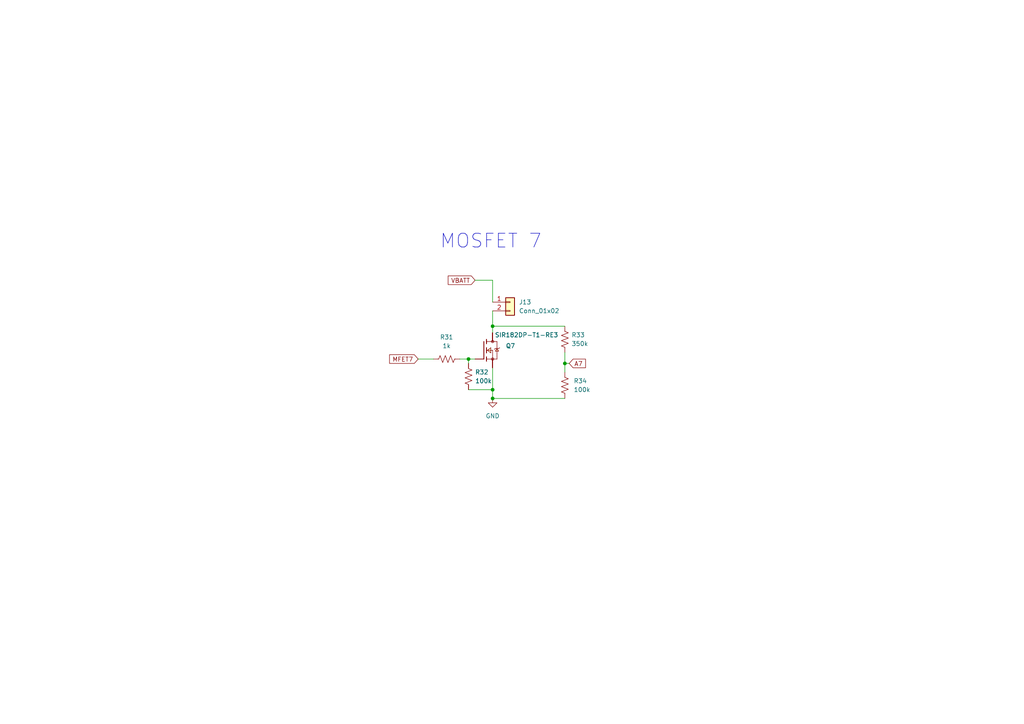
<source format=kicad_sch>
(kicad_sch (version 20211123) (generator eeschema)
  (paper "A4")
  (lib_symbols
    (symbol "Connector_Generic:Conn_01x02" (pin_names (offset 1.016) hide)
      (property "Reference" "J" (at 0 2.54 0))
      (property "Value" "Conn_01x02" (at 0 -5.08 0))
      (symbol "Conn_01x02_1_1"
        (rectangle (start -1.27 -2.413) (end 0 -2.667) (stroke (width 0.1524)))
        (rectangle (start -1.27 0.127) (end 0 -0.127) (stroke (width 0.1524)))
        (rectangle (start -1.27 1.27) (end 1.27 -3.81) (stroke (width 0.254)) (fill (type background)))
        (pin passive line (at -5.08 0 0) (length 3.81) (name "Pin_1") (number "1"))
        (pin passive line (at -5.08 -2.54 0) (length 3.81) (name "Pin_2") (number "2"))
      )
    )
    (symbol "Device:R_US" (pin_numbers hide) (pin_names (offset 0))
      (property "Reference" "R" (at 2.54 0 90))
      (property "Value" "R_US" (at -2.54 0 90))
      (symbol "R_US_0_1"
        (polyline (pts (xy 0 -2.286) (xy 0 -2.54)))
        (polyline (pts (xy 0 2.286) (xy 0 2.54)))
        (polyline (pts (xy 0 -0.762) (xy 1.016 -1.143) (xy 0 -1.524) (xy -1.016 -1.905) (xy 0 -2.286)))
        (polyline (pts (xy 0 0.762) (xy 1.016 0.381) (xy 0 0) (xy -1.016 -0.381) (xy 0 -0.762)))
        (polyline (pts (xy 0 2.286) (xy 1.016 1.905) (xy 0 1.524) (xy -1.016 1.143) (xy 0 0.762)))
      )
      (symbol "R_US_1_1"
        (pin passive line (at 0 3.81 270) (length 1.27) (name "~") (number "1"))
        (pin passive line (at 0 -3.81 90) (length 1.27) (name "~") (number "2"))
      )
    )
    (symbol "SIR182DP-T1-RE3:SIR182DP-T1-RE3" (pin_numbers hide) (pin_names (offset 1.016) hide)
      (property "Reference" "Q" (at -8.89 2.54 0))
      (property "Value" "SIR182DP-T1-RE3" (at 12.7 -3.81 0))
      (symbol "SIR182DP-T1-RE3_0_0"
        (polyline (pts (xy 0 2.54) (xy 0 -2.54)) (stroke (width 0.254)))
        (polyline (pts (xy 0.762 -2.54) (xy 0.762 -3.175)) (stroke (width 0.254)))
        (polyline (pts (xy 0.762 -1.905) (xy 0.762 -2.54)) (stroke (width 0.254)))
        (polyline (pts (xy 0.762 0) (xy 0.762 -0.762)) (stroke (width 0.254)))
        (polyline (pts (xy 0.762 0) (xy 2.54 0)) (stroke (width 0.1524)))
        (polyline (pts (xy 0.762 0.762) (xy 0.762 0)) (stroke (width 0.254)))
        (polyline (pts (xy 0.762 2.54) (xy 0.762 1.905)) (stroke (width 0.254)))
        (polyline (pts (xy 0.762 2.54) (xy 3.81 2.54)) (stroke (width 0.1524)))
        (polyline (pts (xy 0.762 3.175) (xy 0.762 2.54)) (stroke (width 0.254)))
        (polyline (pts (xy 2.54 -2.54) (xy 0.762 -2.54)) (stroke (width 0.1524)))
        (polyline (pts (xy 2.54 -2.54) (xy 3.81 -2.54)) (stroke (width 0.1524)))
        (polyline (pts (xy 2.54 0) (xy 2.54 -2.54)) (stroke (width 0.1524)))
        (polyline (pts (xy 3.302 0.508) (xy 3.048 0.254)) (stroke (width 0.1524)))
        (polyline (pts (xy 3.81 0.508) (xy 3.302 0.508)) (stroke (width 0.1524)))
        (polyline (pts (xy 3.81 0.508) (xy 3.81 -2.54)) (stroke (width 0.1524)))
        (polyline (pts (xy 3.81 2.54) (xy 3.81 0.508)) (stroke (width 0.1524)))
        (polyline (pts (xy 4.318 0.508) (xy 3.81 0.508)) (stroke (width 0.1524)))
        (polyline (pts (xy 4.572 0.762) (xy 4.318 0.508)) (stroke (width 0.1524)))
        (polyline (pts (xy 1.016 0) (xy 2.032 0.762) (xy 2.032 -0.762) (xy 1.016 0)) (stroke (width 0.1524)) (fill (type background)))
        (polyline (pts (xy 3.81 0.508) (xy 3.302 -0.254) (xy 4.318 -0.254) (xy 3.81 0.508)) (stroke (width 0.1524)) (fill (type background)))
        (circle (center 2.54 -2.54) (radius 0.3556))
        (circle (center 2.54 2.54) (radius 0.3556))
        (pin passive line (at 2.54 -5.08 90) (length 2.54) (name "~") (number "1"))
        (pin passive line (at 2.54 -5.08 90) (length 2.54) (name "~") (number "2"))
        (pin passive line (at 2.54 -5.08 90) (length 2.54) (name "~") (number "3"))
        (pin passive line (at -2.54 -2.54 0) (length 2.54) (name "~") (number "4"))
        (pin passive line (at 2.54 5.08 270) (length 2.54) (name "~") (number "5"))
        (pin passive line (at 2.54 5.08 270) (length 2.54) (name "~") (number "6"))
        (pin passive line (at 2.54 5.08 270) (length 2.54) (name "~") (number "7"))
        (pin passive line (at 2.54 5.08 270) (length 2.54) (name "~") (number "8"))
        (pin passive line (at 2.54 5.08 270) (length 2.54) (name "~") (number "9"))
      )
    )
    (symbol "power:GND" (power) (pin_names (offset 0))
      (property "Value" "GND" (at 0 -3.81 0))
      (symbol "GND_0_1"
        (polyline (pts (xy 0 0) (xy 0 -1.27) (xy 1.27 -1.27) (xy 0 -2.54) (xy -1.27 -1.27) (xy 0 -1.27)))
      )
      (symbol "GND_1_1"
        (pin power_in line (at 0 0 270) (length 0) hide (name "GND") (number "1"))
      )
    )
  )
  (junction (at 142.875 94.615))
  (junction (at 135.89 104.14))
  (junction (at 142.875 113.03))
  (junction (at 142.875 115.57))
  (junction (at 163.83 105.41))
  (wire (pts (xy 163.83 105.41) (xy 163.83 107.95)))
  (wire (pts (xy 142.875 94.615) (xy 163.83 94.615)))
  (wire (pts (xy 163.83 102.235) (xy 163.83 105.41)))
  (wire (pts (xy 135.89 104.14) (xy 137.795 104.14)))
  (wire (pts (xy 142.875 90.17) (xy 142.875 94.615)))
  (wire (pts (xy 142.875 94.615) (xy 142.875 96.52)))
  (wire (pts (xy 142.875 113.03) (xy 142.875 115.57)))
  (wire (pts (xy 135.89 104.14) (xy 135.89 105.41)))
  (wire (pts (xy 163.83 105.41) (xy 165.1 105.41)))
  (wire (pts (xy 163.83 115.57) (xy 142.875 115.57)))
  (wire (pts (xy 137.795 81.28) (xy 142.875 81.28)))
  (wire (pts (xy 133.35 104.14) (xy 135.89 104.14)))
  (wire (pts (xy 121.285 104.14) (xy 125.73 104.14)))
  (wire (pts (xy 142.875 81.28) (xy 142.875 87.63)))
  (wire (pts (xy 135.89 113.03) (xy 142.875 113.03)))
  (wire (pts (xy 142.875 106.68) (xy 142.875 113.03)))
  (text " MOSFET 7" (at 124.46 72.39 0) (effects (font (size 4 4)) (justify left bottom)))
  (global_label "VBATT" (shape input) (at 137.795 81.28 180) (property "Intersheet References" "${INTERSHEET_REFS}" (effects hide)))
  (global_label "MFET7" (shape input) (at 121.285 104.14 180) (property "Intersheet References" "${INTERSHEET_REFS}" (effects hide)))
  (global_label "A7" (shape input) (at 165.1 105.41 0) (property "Intersheet References" "${INTERSHEET_REFS}" (effects hide)))
  (symbol (lib_id "Device:R_US") (at 163.83 98.425 180) (unit 1)
    (property "Reference" "R33" (at 165.735 97.1549 0) (effects (justify right)))
    (property "Value" "350k" (at 165.735 99.6949 0) (effects (justify right)))
    (property "Footprint" "Resistor_SMD:R_0603_1608Metric" (effects hide))
  )
  (symbol (lib_id "Device:R_US") (at 135.89 109.22 180) (unit 1)
    (property "Reference" "R32" (at 137.795 107.9499 0) (effects (justify right)))
    (property "Value" "100k" (at 137.795 110.4899 0) (effects (justify right)))
    (property "Footprint" "Resistor_SMD:R_0603_1608Metric" (effects hide))
  )
  (symbol (lib_id "Device:R_US") (at 163.83 111.76 0) (unit 1)
    (property "Reference" "R34" (at 166.37 110.4899 0) (effects (justify left)))
    (property "Value" "100k" (at 166.37 113.0299 0) (effects (justify left)))
    (property "Footprint" "Resistor_SMD:R_0603_1608Metric" (effects hide))
  )
  (symbol (lib_id "power:GND") (at 142.875 115.57 0) (unit 1)
    (property "Reference" "#PWR019" (effects hide))
    (property "Value" "GND" (at 142.875 120.65 0))
  )
  (symbol (lib_id "Device:R_US") (at 129.54 104.14 270) (unit 1)
    (property "Reference" "R31" (at 129.54 97.79 90))
    (property "Value" "1k" (at 129.54 100.33 90))
    (property "Footprint" "Resistor_SMD:R_0603_1608Metric" (effects hide))
  )
  (symbol (lib_id "Connector_Generic:Conn_01x02") (at 147.955 87.63 0) (unit 1)
    (property "Reference" "J13" (at 150.495 87.6299 0) (effects (justify left)))
    (property "Value" "Conn_01x02" (at 150.495 90.1699 0) (effects (justify left)))
    (property "Footprint" "Global Footprints:OSTT7020150" (effects hide))
  )
  (symbol (lib_id "SIR182DP-T1-RE3:SIR182DP-T1-RE3") (at 140.335 101.6 0) (unit 1)
    (property "Reference" "Q7" (at 146.685 100.3299 0) (effects (justify left)))
    (property "Value" "SIR182DP-T1-RE3" (at 143.51 97.155 0) (effects (justify left)))
    (property "Footprint" "Global Footprints:TRANS_SIR182DP-T1-RE3" (effects hide))
    (property "PARTREV" "B" (effects hide))
    (property "MF" "Vishay" (effects hide))
    (property "STANDARD" "Manufacturer Recommendations" (effects hide))
  )
)
</source>
